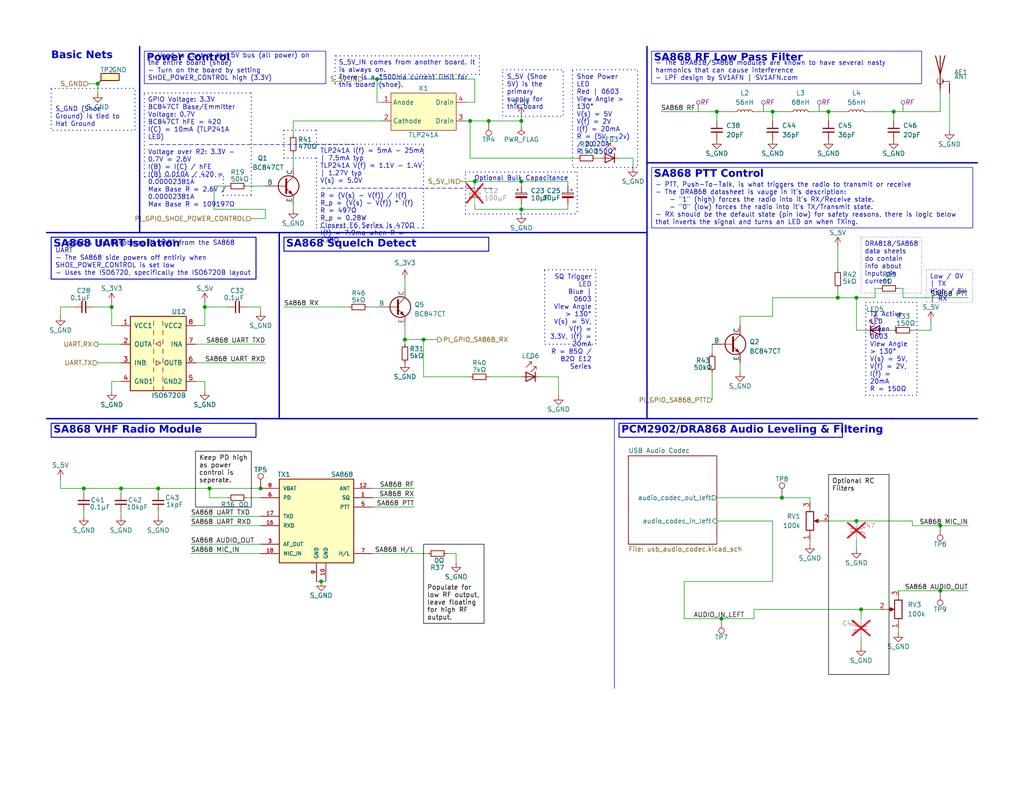
<source format=kicad_sch>
(kicad_sch (version 20250114) (generator "eeschema") (generator_version "9.0")
  (paper "A")
  (title_block (title "Giraffe Flight Computer Shoe") (date "2024-10-27") (rev "REV A"))
  (lib_symbols
    (symbol "Connector:TestPoint" (pin_numbers (hide yes)) (pin_names (offset 0.762) (hide yes))
      (property "Reference" "TP" (at 0 6.858 0))
      (property "Value" "TestPoint" (at 0 5.08 0))
      (symbol "TestPoint_1_1"
        (pin passive line (at 0 0 90) (length 2.54) (name "1") (number "1"))
      )
    )
    (symbol "Connector:TestPoint_Flag" (pin_numbers (hide yes)) (pin_names (offset 0.762) (hide yes))
      (property "Reference" "TP" (at 3.429 1.778 0))
      (property "Value" "TestPoint_Flag" (at 3.302 4.191 0))
      (symbol "TestPoint_Flag_1_1"
        (pin passive line (at 0 0 90) (length 0) (name "1") (number "1"))
      )
    )
    (symbol "Device:C_Polarized_Small" (pin_numbers (hide yes)) (pin_names (offset 0.254) (hide yes))
      (property "Reference" "C" (at 0.254 1.778 0))
      (property "Value" "C_Polarized_Small" (at 0.254 -2.032 0))
      (symbol "C_Polarized_Small_1_1"
        (pin passive line (at 0 2.54 270) (length 1.8542) (name "~") (number "1"))
        (pin passive line (at 0 -2.54 90) (length 1.8542) (name "~") (number "2"))
      )
    )
    (symbol "Device:C_Small" (pin_numbers (hide yes)) (pin_names (offset 0.254) (hide yes))
      (property "Reference" "C" (at 0.254 1.778 0))
      (property "Value" "C_Small" (at 0.254 -2.032 0))
      (symbol "C_Small_1_1"
        (pin passive line (at 0 2.54 270) (length 2.032) (name "~") (number "1"))
        (pin passive line (at 0 -2.54 90) (length 2.032) (name "~") (number "2"))
      )
    )
    (symbol "Device:L_Small" (pin_numbers (hide yes)) (pin_names (offset 0.254) (hide yes))
      (property "Reference" "L" (at 0.762 1.016 0))
      (property "Value" "L_Small" (at 0.762 -1.016 0))
      (symbol "L_Small_1_1"
        (pin passive line (at 0 2.54 270) (length 0.508) (name "~") (number "1"))
        (pin passive line (at 0 -2.54 90) (length 0.508) (name "~") (number "2"))
      )
    )
    (symbol "Device:R_Small" (pin_numbers (hide yes)) (pin_names (offset 0.254) (hide yes))
      (property "Reference" "R" (at 0.762 0.508 0))
      (property "Value" "R_Small" (at 0.762 -1.016 0))
      (symbol "R_Small_1_1"
        (pin passive line (at 0 2.54 270) (length 0.762) (name "~") (number "1"))
        (pin passive line (at 0 -2.54 90) (length 0.762) (name "~") (number "2"))
      )
    )
    (symbol "ISO6721B_1" (pin_names (offset 1.016))
      (property "Reference" "U" (at -7.62 11.43 0))
      (property "Value" "ISO6720B" (at -7.62 -11.43 0))
      (symbol "ISO6721B_1_1_1"
        (pin power_in line (at -10.16 7.62 0) (length 2.54) (name "VCC1") (number "1"))
        (pin output line (at -10.16 2.54 0) (length 2.54) (name "OUTA") (number "2"))
        (pin input line (at -10.16 -2.54 0) (length 2.54) (name "INB") (number "3"))
        (pin power_in line (at -10.16 -7.62 0) (length 2.54) (name "GND1") (number "4"))
        (pin power_in line (at 10.16 7.62 180) (length 2.54) (name "VCC2") (number "8"))
        (pin input line (at 10.16 2.54 180) (length 2.54) (name "INA") (number "7"))
        (pin output line (at 10.16 -2.54 180) (length 2.54) (name "OUTB") (number "6"))
        (pin power_in line (at 10.16 -7.62 180) (length 2.54) (name "GND2") (number "5"))
      )
    )
    (symbol "giraffe_symbols:Antenna_Shield" (pin_numbers (hide yes)) (pin_names (offset 1.016) (hide yes))
      (property "Reference" "AE1" (at 3.81 0.635 0))
      (property "Value" "~" (at 3.81 -0.635 0))
      (symbol "Antenna_Shield_1_1"
        (pin input line (at 0 -5.08 90) (length 2.54) (name "A") (number "1"))
        (pin input line (at 2.54 -5.08 90) (length 2.54) (name "Shield") (number "2"))
        (pin input line (at 2.54 -5.08 90) (length 2.54) (name "Shield") (number "3"))
        (pin input line (at 2.54 -5.08 90) (length 2.54) (name "Shield") (number "4"))
        (pin input line (at 2.54 -5.08 90) (length 2.54) (name "Shield") (number "5"))
      )
    )
    (symbol "giraffe_symbols:BC847AT" (pin_numbers (hide yes)) (pin_names (offset 0))
      (property "Reference" "Q2" (at 5.08 0.635 0))
      (property "Value" "BC847CT" (at 5.08 -1.905 0))
      (symbol "BC847AT_1_1"
        (pin input line (at -5.08 0 0) (length 2.54) (name "B") (number "1"))
        (pin open_collector line (at 2.54 5.08 270) (length 2.54) (name "C") (number "3"))
        (pin open_emitter line (at 2.54 -5.08 90) (length 2.54) (name "E") (number "2"))
      )
    )
    (symbol "giraffe_symbols:Generic_LED" (pin_numbers (hide yes)) (pin_names (offset 1.016) (hide yes))
      (property "Reference" "LED" (at 0 -3.81 0))
      (property "Value" "LED" (at 0 5.08 0))
      (symbol "Generic_LED_1_1"
        (pin passive line (at -2.54 0 0) (length 2.54) (name "A") (number "2"))
        (pin passive line (at 2.54 0 180) (length 2.54) (name "K") (number "1"))
      )
    )
    (symbol "giraffe_symbols:R_Potentiometer" (pin_names (offset 1.016) (hide yes))
      (property "Reference" "RV1" (at -2.54 1.27 0))
      (property "Value" "R_Potentiometer" (at -2.54 -1.27 0))
      (symbol "R_Potentiometer_1_1"
        (pin passive line (at 0 5.08 270) (length 1.27) (name "1") (number "1"))
        (pin passive line (at 0 -5.08 90) (length 1.27) (name "3") (number "3"))
        (pin passive line (at 5.08 0 180) (length 1.27) (name "2") (number "2"))
      )
    )
    (symbol "giraffe_symbols:SA868" (pin_names (offset 1.016))
      (property "Reference" "TX1" (at -8.255 15.875 0))
      (property "Value" "SA868" (at -6.985 13.335 0))
      (symbol "SA868_0_0"
        (pin power_in line (at -15.24 10.16 0) (length 5.08) (name "VBAT") (number "8"))
        (pin input line (at -15.24 7.62 0) (length 5.08) (name "PD") (number "6"))
        (pin output line (at -15.24 2.54 0) (length 5.08) (name "TXD") (number "17"))
        (pin input line (at -15.24 0 0) (length 5.08) (name "RXD") (number "16"))
        (pin output line (at -15.24 -5.08 0) (length 5.08) (name "AF_OUT") (number "3"))
        (pin input line (at -15.24 -7.62 0) (length 5.08) (name "MIC_IN") (number "18"))
        (pin power_in line (at 0 -15.24 90) (length 5.08) (name "GND") (number "9"))
        (pin power_in line (at 2.54 -15.24 90) (length 5.08) (name "GND") (number "10"))
        (pin passive line (at 15.24 10.16 180) (length 5.08) (name "ANT") (number "12"))
        (pin output line (at 15.24 7.62 180) (length 5.08) (name "SQ") (number "1"))
        (pin input line (at 15.24 5.08 180) (length 5.08) (name "PTT") (number "5"))
        (pin input line (at 15.24 -7.62 180) (length 5.08) (name "H/L") (number "7"))
      )
      (symbol "SA868_1_1"
        (pin no_connect line (at -5.08 -15.24 90) (length 0) (hide yes) (name "NC") (number "4"))
        (pin no_connect line (at -2.54 -15.24 90) (length 0) (hide yes) (name "NC") (number "15"))
        (pin no_connect line (at 0 15.24 270) (length 0) (hide yes) (name "NC") (number "13"))
        (pin no_connect line (at 2.54 15.24 270) (length 0) (hide yes) (name "NC") (number "14"))
        (pin no_connect line (at 5.08 15.24 270) (length 0) (hide yes) (name "NC") (number "2"))
        (pin no_connect line (at 15.24 0 180) (length 0) (hide yes) (name "NC") (number "P3"))
        (pin no_connect line (at 15.24 -2.54 180) (length 0) (hide yes) (name "NC") (number "P2"))
        (pin no_connect line (at 15.24 -5.08 180) (length 0) (hide yes) (name "NC") (number "11"))
      )
    )
    (symbol "giraffe_symbols:S_3V3" (power) (pin_names (offset 0))
      (property "Value" "S_3V3" (at 0 5.08 0))
      (symbol "S_3V3_1_1"
        (pin power_in line (at 0 0 90) (length 0) (hide yes) (name "S_3V3") (number "1"))
      )
    )
    (symbol "giraffe_symbols:S_5V" (power) (pin_names (offset 0))
      (property "Value" "S_5V" (at 0 5.08 0))
      (symbol "S_5V_1_1"
        (pin power_in line (at 0 0 90) (length 0) (hide yes) (name "S_5V") (number "1"))
      )
    )
    (symbol "giraffe_symbols:S_GND" (power) (pin_names (offset 0))
      (property "Value" "S_GND" (at 0 -3.81 0))
      (symbol "S_GND_1_1"
        (pin power_in line (at 0 0 270) (length 0) (hide yes) (name "S_GND") (number "1"))
      )
    )
    (symbol "giraffe_symbols:TLP241A"
      (property "Reference" "K1" (at 7.62 6.35 0))
      (property "Value" "TLP241A" (at -5.08 6.35 0))
      (symbol "TLP241A_1_1"
        (pin input line (at -11.43 2.54 0) (length 2.54) (name "Anode") (number "1"))
        (pin input line (at -11.43 -2.54 0) (length 2.54) (name "Cathode") (number "2"))
        (pin passive line (at 11.43 2.54 180) (length 2.54) (name "Drain") (number "4"))
        (pin passive line (at 11.43 -2.54 180) (length 2.54) (name "Drain") (number "3"))
      )
    )
    (symbol "power:PWR_FLAG" (power) (pin_numbers (hide yes)) (pin_names (offset 0) (hide yes))
      (property "Value" "PWR_FLAG" (at 0 3.81 0))
      (symbol "PWR_FLAG_0_0"
        (pin power_out line (at 0 0 90) (length 0) (name "~") (number "1"))
      )
    )
  )
  (text "PCM2902/DRA868 Audio Leveling & Filtering" (at 169.545 116.84 0) (effects (font (size 2.032 2.032) (thickness 0.36) (bold yes)) (justify left top)))
  (text "SA868 UART Isolation" (at 14.605 66.04 0) (effects (font (size 2.032 2.032) (thickness 0.36) (bold yes)) (justify left top)))
  (text "SA868 RF Low Pass Filter" (at 178.435 15.24 0) (effects (font (size 2.032 2.032) (thickness 0.36) (bold yes)) (justify left top)))
  (text "Optional Bulk Capacitance" (at 142.24 49.53 0) (effects (font (size 1.27 1.27) (thickness 0.1588)) (justify bottom)))
  (text "Power Control" (at 40.005 15.24 0) (effects (font (size 2.032 2.032) (thickness 0.36) (bold yes)) (justify left top)))
  (text "SA868 PTT Control" (at 178.435 46.99 0) (effects (font (size 2.032 2.032) (thickness 0.36) (bold yes)) (justify left top)))
  (text "SA868 VHF Radio Module" (at 14.605 116.84 0) (effects (font (size 2.032 2.032) (thickness 0.36) (bold yes)) (justify left top)))
  (text "SA868 Squelch Detect" (at 78.105 66.04 0) (effects (font (size 2.032 2.032) (thickness 0.36) (bold yes)) (justify left top)))
  (text "Basic Nets" (at 13.97 14.605 0) (effects (font (size 2.032 2.032) (thickness 0.36) (bold yes)) (justify left top)))
  (text_box "- The DRA818/SA868 modules are known to have several nasty harmonics that can cause interference\n- LPF design by SV1AFN | SV1AFN.com" (at 177.8 13.97 0) (size 73.66 8.89) (margins 0.9525 0.9525 0.9525 0.9525) (effects (font (size 1.27 1.27)) (justify left bottom)))
  (text_box "Keep PD high as power control is seperate." (at 53.34 123.19 0) (size 15.24 15.24) (margins 0.9525 0.9525 0.9525 0.9525) (stroke (width 0) (color 0 0 0 1)) (effects (font (size 1.27 1.27)) (justify left top)))
  (text_box "Optional RC Filters" (at 226.06 129.54 0) (size 16.51 54.61) (margins 0.9525 0.9525 0.9525 0.9525) (stroke (width 0) (color 0 0 0 1)) (effects (font (size 1.27 1.27)) (justify left top)))
  (text_box "Shoe Power LED\nRed | 0603\nView Angle > 130°\nV(s) = 5V\nV(f) = 2V\nI(f) = 20mA\nR = (5V - 2v) / 0.020A\nR = 150Ω" (at 156.21 19.05 0) (size 17.78 26.67) (margins 1.0795 1.0795 1.0795 1.0795) (stroke (width 0.254) (type dot)) (effects (font (size 1.27 1.27)) (justify left top)))
  (text_box "Populate for low RF output, leave floating for high RF output." (at 115.57 148.59 0) (size 16.51 21.59) (margins 0.9525 0.9525 0.9525 0.9525) (stroke (width 0) (color 0 0 0 1)) (effects (font (size 1.27 1.27)) (justify left bottom)))
  (text_box "" (at 168.91 115.57 0) (size 60.96 3.81) (margins 1.0795 1.0795 1.0795 1.0795) (stroke (width 0.254)) (effects (font (size 1.27 1.27)) (justify left bottom)))
  (text_box "S_5V (Shoe 5V) is the primary supply for this board" (at 137.16 19.05 0) (size 16.51 12.7) (margins 1.0795 1.0795 1.0795 1.0795) (stroke (width 0.254) (type dot)) (effects (font (size 1.27 1.27)) (justify left top)))
  (text_box "TLP241A I(f) = 5mA - 25mA | 7.5mA typ\nTLP241A V(f) = 1.1V - 1.4V | 1.27V typ\nV(s) = 5.0V\n------------------------------\nR = (V(s) - V(f)) / I(f)\nR_p = (V(s) - V(f)) * I(f)\nR = 497Ω\nR_p = 0.28W\nClosest E6 Series is 470Ω\nI(f) = 7.9ma when R = 470Ω" (at 86.36 39.37 0) (size 30.48 22.86) (margins 0.9524 0.9524 0.9524 0.9524) (stroke (width -0.0001) (color 0 0 0 1)) (effects (font (size 1.27 1.27)) (justify left top)))
  (text_box "- PTT, Push-To-Talk, is what triggers the radio to transmit or receive\n- The DRA868 datasheet is vauge in it's description:\n    - \"1\" (high) forces the radio into it's RX/Receive state.\n    - \"0\" (low) forces the radio into it's TX/Transmit state.\n- RX should be the default state (pin low) for safety reasons, there is logic below that inverts the signal and turns an LED on when TXing." (at 177.8 45.72 0) (size 87.63 16.51) (margins 0.9525 0.9525 0.9525 0.9525) (effects (font (size 1.27 1.27)) (justify left bottom)))
  (text_box "Low / 0V | TX\nHigh / 5V | RX" (at 252.73 73.66 0) (size 12.7 8.89) (margins 0.9525 0.9525 0.9525 0.9525) (stroke (width 0) (type dot)) (effects (font (size 1.27 1.27)) (justify left top)))
  (text_box "S_5V_IN comes from another board. It is always on.\nThere is a 1500ma current limit for this board (shoe)." (at 91.44 15.24 0) (size 39.37 5.08) (margins 0.9524 0.9524 0.9524 0.9524) (stroke (width -0.0001) (type dot)) (effects (font (size 1.27 1.27)) (justify left top)))
  (text_box "TX Active LED\nGreen | 0603\nView Angle > 130°\nV(s) = 5V, V(f) = 2V, I(f) = 20mA\nR = 150Ω" (at 236.22 82.55 0) (size 13.97 25.4) (margins 1.0795 1.0795 1.0795 1.0795) (stroke (width 0.254) (type dot)) (effects (font (size 1.27 1.27)) (justify left bottom)))
  (text_box "S_GND (Shoe Ground) is tied to Hat Ground" (at 13.97 24.13 0) (size 22.86 11.43) (margins 1.0795 1.0795 1.0795 1.0795) (stroke (width 0.254) (type dot)) (effects (font (size 1.27 1.27)) (justify left bottom)))
  (text_box "- Used to control the 5V bus (all power) on the entire board (shoe)\n- Turn on the board by setting SHOE_POWER_CONTROL high (3.3V)" (at 39.37 13.97 0) (size 49.53 8.89) (margins 0.9525 0.9525 0.9525 0.9525) (effects (font (size 1.27 1.27)) (justify left bottom)))
  (text_box "GPIO Voltage: 3.3V\nBC847CT Base/Emmitter Voltage: 0.7V\nBC847CT hFE = 420\nI(C) = 10mA (TLP241A LED)\n------------------------------------\nVoltage over R2: 3.3V - 0.7V = 2.6V\nI(B) = I(C) / hFE\nI(B) 0.010A / 420 = 0.00002381A\nMax Base R = 2.6V / 0.00002381A\nMax Base R = 109197Ω" (at 39.37 25.4 0) (size 29.21 22.86) (margins 0.9524 0.9524 0.9524 0.9524) (stroke (width -0.0001) (color 0 0 0 1)) (effects (font (size 1.27 1.27)) (justify left top)))
  (text_box "" (at 13.97 115.57 0) (size 55.88 3.81) (margins 1.0795 1.0795 1.0795 1.0795) (stroke (width 0.254)) (effects (font (size 1.27 1.27)) (justify left bottom)))
  (text_box "\n" (at 77.47 64.77 0) (size 55.88 3.81) (margins 1.0795 1.0795 1.0795 1.0795) (stroke (width 0.254)) (effects (font (size 1.27 1.27)) (justify left bottom)))
  (text_box "SQ Trigger LED\nBlue | 0603\nView Angle > 130°\nV(s) = 5V, V(f) = 3.3V, I(f) = 20mA\nR = 85Ω / 82Ω E12 Series" (at 148.59 73.66 0) (size 13.97 20.32) (margins 1.0795 1.0795 1.0795 1.0795) (stroke (width 0.254) (type dot)) (effects (font (size 1.27 1.27)) (justify right top)))
  (text_box "DRA818/SA868 data sheets do contain info about input pin current" (at 234.95 64.77 0) (size 16.51 15.24) (margins 0.9525 0.9525 0.9525 0.9525) (stroke (width 0) (type dot)) (effects (font (size 1.27 1.27)) (justify left top)))
  (text_box "- Isolates the Raspberry Pi UART from the SA868 UART\n- The SA868 side powers off entirly when SHOE_POWER_CONTROL is set low\n- Uses the ISO6720, specifically the ISO6720B layout" (at 13.97 64.77 0) (size 55.88 11.43) (margins 1.0795 1.0795 1.0795 1.0795) (stroke (width 0.254)) (effects (font (size 1.27 1.27)) (justify left bottom)))
  (junction (at 210.82 30.48))
  (junction (at 110.49 92.71))
  (junction (at 213.36 135.89))
  (junction (at 226.06 30.48))
  (junction (at 115.57 92.71))
  (junction (at 256.54 161.29))
  (junction (at 133.35 33.02))
  (junction (at 195.58 30.48))
  (junction (at 33.02 133.35))
  (junction (at 55.88 83.82))
  (junction (at 233.68 142.24))
  (junction (at 71.12 133.35))
  (junction (at 196.85 168.91))
  (junction (at 142.24 33.02))
  (junction (at 243.84 30.48))
  (junction (at 256.54 143.51))
  (junction (at 87.63 158.75))
  (junction (at 26.67 22.86))
  (junction (at 129.54 49.53))
  (junction (at 57.15 133.35))
  (junction (at 234.95 166.37))
  (junction (at 228.6 81.28))
  (junction (at 30.48 83.82))
  (junction (at 233.68 81.28))
  (junction (at 142.24 49.53))
  (junction (at 142.24 57.15))
  (junction (at 22.86 133.35))
  (junction (at 128.27 33.02))
  (junction (at 102.87 21.59))
  (junction (at 43.18 133.35))
  (polyline (pts (xy 91.44 22.86) (xy 104.14 22.86)) (stroke (width 0.254) (type dot)))
  (wire (pts (xy 128.27 33.02) (xy 128.27 43.18)))
  (wire (pts (xy 195.58 33.02) (xy 195.58 30.48)))
  (polyline (pts (xy 91.44 15.24) (xy 91.44 22.86)) (stroke (width 0.254) (type dot)))
  (wire (pts (xy 142.24 33.02) (xy 142.24 34.29)))
  (wire (pts (xy 67.31 135.89) (xy 71.12 135.89)))
  (polyline (pts (xy 38.1 12.7) (xy 38.1 63.5)) (stroke (width 0.381)))
  (polyline (pts (xy 130.81 20.32) (xy 130.81 15.24)) (stroke (width 0.254) (type dot)))
  (wire (pts (xy 210.82 158.75) (xy 186.69 158.75)))
  (polyline (pts (xy 68.58 25.4) (xy 68.58 53.34)) (stroke (width 0.254) (type dot)))
  (wire (pts (xy 121.92 151.13) (xy 124.46 151.13)))
  (wire (pts (xy 205.74 168.91) (xy 196.85 168.91)))
  (polyline (pts (xy 39.37 25.4) (xy 68.58 25.4)) (stroke (width 0.254) (type dot)))
  (wire (pts (xy 180.34 30.48) (xy 195.58 30.48)))
  (wire (pts (xy 226.06 142.24) (xy 233.68 142.24)))
  (polyline (pts (xy 39.37 48.26) (xy 39.37 25.4)) (stroke (width 0.254) (type dot)))
  (wire (pts (xy 33.02 134.62) (xy 33.02 133.35)))
  (wire (pts (xy 26.67 93.98) (xy 33.02 93.98)))
  (wire (pts (xy 194.31 101.6) (xy 194.31 109.22)))
  (wire (pts (xy 154.94 49.53) (xy 154.94 50.8)))
  (wire (pts (xy 241.3 90.17) (xy 243.84 90.17)))
  (wire (pts (xy 86.36 158.75) (xy 87.63 158.75)))
  (wire (pts (xy 129.54 57.15) (xy 142.24 57.15)))
  (polyline (pts (xy 176.53 12.7) (xy 176.53 63.5)) (stroke (width 0.381)))
  (wire (pts (xy 43.18 140.97) (xy 43.18 139.7)))
  (wire (pts (xy 129.54 49.53) (xy 142.24 49.53)))
  (wire (pts (xy 25.4 83.82) (xy 30.48 83.82)))
  (wire (pts (xy 226.06 30.48) (xy 226.06 33.02)))
  (wire (pts (xy 110.49 88.9) (xy 110.49 92.71)))
  (wire (pts (xy 72.39 59.69) (xy 68.58 59.69)))
  (wire (pts (xy 55.88 83.82) (xy 62.23 83.82)))
  (wire (pts (xy 238.76 78.74) (xy 240.03 78.74)))
  (wire (pts (xy 87.63 158.75) (xy 88.9 158.75)))
  (wire (pts (xy 43.18 133.35) (xy 33.02 133.35)))
  (polyline (pts (xy 86.36 62.23) (xy 115.57 62.23)) (stroke (width 0.254) (type dot)))
  (wire (pts (xy 16.51 133.35) (xy 22.86 133.35)))
  (polyline (pts (xy 76.2 63.5) (xy 76.2 114.3)) (stroke (width 0.381)))
  (wire (pts (xy 226.06 30.48) (xy 231.14 30.48)))
  (wire (pts (xy 195.58 30.48) (xy 200.66 30.48)))
  (wire (pts (xy 52.07 151.13) (xy 71.12 151.13)))
  (wire (pts (xy 220.98 137.16) (xy 220.98 135.89)))
  (wire (pts (xy 72.39 50.8) (xy 67.31 50.8)))
  (polyline (pts (xy 86.36 43.18) (xy 86.36 62.23)) (stroke (width 0.254) (type dot)))
  (wire (pts (xy 142.24 49.53) (xy 142.24 50.8)))
  (wire (pts (xy 254 90.17) (xy 254 87.63)))
  (wire (pts (xy 142.24 58.42) (xy 142.24 57.15)))
  (wire (pts (xy 228.6 81.28) (xy 233.68 81.28)))
  (wire (pts (xy 220.98 147.32) (xy 220.98 148.59)))
  (wire (pts (xy 234.95 176.53) (xy 234.95 173.99)))
  (wire (pts (xy 101.6 138.43) (xy 113.03 138.43)))
  (wire (pts (xy 33.02 140.97) (xy 33.02 139.7)))
  (wire (pts (xy 195.58 142.24) (xy 210.82 142.24)))
  (wire (pts (xy 152.4 107.95) (xy 152.4 102.87)))
  (polyline (pts (xy 104.14 20.32) (xy 130.81 20.32)) (stroke (width 0.254) (type dot)))
  (wire (pts (xy 133.35 102.87) (xy 142.24 102.87)))
  (wire (pts (xy 30.48 83.82) (xy 30.48 88.9)))
  (polyline (pts (xy 127 58.42) (xy 157.48 58.42)) (stroke (width 0.254) (type dot)))
  (wire (pts (xy 52.07 143.51) (xy 71.12 143.51)))
  (wire (pts (xy 16.51 133.35) (xy 16.51 130.81)))
  (wire (pts (xy 16.51 83.82) (xy 20.32 83.82)))
  (wire (pts (xy 240.03 166.37) (xy 234.95 166.37)))
  (polyline (pts (xy 176.53 63.5) (xy 176.53 114.3)) (stroke (width 0.381)))
  (polyline (pts (xy 76.2 114.3) (xy 176.53 114.3)) (stroke (width 0.381)))
  (wire (pts (xy 142.24 57.15) (xy 154.94 57.15)))
  (wire (pts (xy 80.01 36.83) (xy 80.01 33.02)))
  (wire (pts (xy 43.18 134.62) (xy 43.18 133.35)))
  (wire (pts (xy 243.84 30.48) (xy 256.54 30.48)))
  (wire (pts (xy 110.49 92.71) (xy 115.57 92.71)))
  (wire (pts (xy 210.82 86.36) (xy 201.93 86.36)))
  (wire (pts (xy 129.54 27.94) (xy 127 27.94)))
  (polyline (pts (xy 12.7 63.5) (xy 176.53 63.5)) (stroke (width 0.381)))
  (wire (pts (xy 30.48 104.14) (xy 33.02 104.14)))
  (wire (pts (xy 22.86 134.62) (xy 22.86 133.35)))
  (wire (pts (xy 100.33 83.82) (xy 102.87 83.82)))
  (wire (pts (xy 99.06 21.59) (xy 102.87 21.59)))
  (wire (pts (xy 101.6 133.35) (xy 113.03 133.35)))
  (wire (pts (xy 201.93 86.36) (xy 201.93 88.9)))
  (wire (pts (xy 43.18 133.35) (xy 57.15 133.35)))
  (wire (pts (xy 80.01 41.91) (xy 80.01 45.72)))
  (wire (pts (xy 238.76 81.28) (xy 233.68 81.28)))
  (wire (pts (xy 172.72 43.18) (xy 172.72 45.72)))
  (wire (pts (xy 129.54 27.94) (xy 129.54 21.59)))
  (polyline (pts (xy 127 46.99) (xy 157.48 46.99)) (stroke (width 0.254) (type dot)))
  (wire (pts (xy 142.24 49.53) (xy 154.94 49.53)))
  (wire (pts (xy 245.11 171.45) (xy 245.11 172.72)))
  (wire (pts (xy 243.84 30.48) (xy 243.84 33.02)))
  (wire (pts (xy 210.82 30.48) (xy 210.82 33.02)))
  (wire (pts (xy 77.47 83.82) (xy 95.25 83.82)))
  (wire (pts (xy 128.27 102.87) (xy 115.57 102.87)))
  (wire (pts (xy 248.92 90.17) (xy 254 90.17)))
  (wire (pts (xy 256.54 30.48) (xy 256.54 25.4)))
  (polyline (pts (xy 115.57 39.37) (xy 86.36 39.37)) (stroke (width 0.254) (type dot)))
  (wire (pts (xy 71.12 133.35) (xy 57.15 133.35)))
  (wire (pts (xy 128.27 33.02) (xy 133.35 33.02)))
  (wire (pts (xy 201.93 99.06) (xy 201.93 101.6)))
  (wire (pts (xy 256.54 143.51) (xy 264.16 143.51)))
  (wire (pts (xy 30.48 104.14) (xy 30.48 106.68)))
  (wire (pts (xy 133.35 33.02) (xy 142.24 33.02)))
  (wire (pts (xy 58.42 50.8) (xy 62.23 50.8)))
  (polyline (pts (xy 157.48 46.99) (xy 157.48 58.42)) (stroke (width 0.254) (type dot)))
  (polyline (pts (xy 176.53 114.3) (xy 266.7 114.3)) (stroke (width 0.381)))
  (polyline (pts (xy 60.96 53.34) (xy 60.96 48.26)) (stroke (width 0.254) (type dot)))
  (wire (pts (xy 57.15 135.89) (xy 62.23 135.89)))
  (wire (pts (xy 116.84 151.13) (xy 101.6 151.13)))
  (wire (pts (xy 55.88 88.9) (xy 53.34 88.9)))
  (wire (pts (xy 72.39 57.15) (xy 72.39 59.69)))
  (wire (pts (xy 30.48 82.55) (xy 30.48 83.82)))
  (wire (pts (xy 55.88 104.14) (xy 55.88 106.68)))
  (wire (pts (xy 228.6 81.28) (xy 228.6 78.74)))
  (polyline (pts (xy 127 15.24) (xy 91.44 15.24)) (stroke (width 0.254) (type dot)))
  (wire (pts (xy 16.51 86.36) (xy 16.51 83.82)))
  (wire (pts (xy 186.69 158.75) (xy 186.69 168.91)))
  (polyline (pts (xy 127 58.42) (xy 127 46.99)) (stroke (width 0.254) (type dot)))
  (wire (pts (xy 142.24 55.88) (xy 142.24 57.15)))
  (polyline (pts (xy 167.64 114.3) (xy 167.64 187.96)))
  (wire (pts (xy 162.56 43.18) (xy 163.83 43.18)))
  (wire (pts (xy 55.88 83.82) (xy 55.88 88.9)))
  (wire (pts (xy 110.49 93.98) (xy 110.49 92.71)))
  (wire (pts (xy 80.01 33.02) (xy 104.14 33.02)))
  (polyline (pts (xy 77.47 35.56) (xy 86.36 35.56)) (stroke (width 0.254) (type dot)))
  (polyline (pts (xy 60.96 48.26) (xy 39.37 48.26)) (stroke (width 0.254) (type dot)))
  (wire (pts (xy 72.39 57.15) (xy 58.42 57.15)))
  (wire (pts (xy 236.22 30.48) (xy 243.84 30.48)))
  (wire (pts (xy 210.82 142.24) (xy 210.82 158.75)))
  (wire (pts (xy 102.87 21.59) (xy 129.54 21.59)))
  (wire (pts (xy 125.73 49.53) (xy 129.54 49.53)))
  (wire (pts (xy 233.68 149.86) (xy 233.68 147.32)))
  (polyline (pts (xy 86.36 35.56) (xy 86.36 39.37)) (stroke (width 0.254) (type dot)))
  (wire (pts (xy 220.98 30.48) (xy 226.06 30.48)))
  (wire (pts (xy 53.34 99.06) (xy 72.39 99.06)))
  (wire (pts (xy 246.38 81.28) (xy 264.16 81.28)))
  (wire (pts (xy 101.6 135.89) (xy 113.03 135.89)))
  (wire (pts (xy 24.13 22.86) (xy 26.67 22.86)))
  (wire (pts (xy 58.42 57.15) (xy 58.42 50.8)))
  (wire (pts (xy 205.74 166.37) (xy 205.74 168.91)))
  (wire (pts (xy 259.08 25.4) (xy 259.08 35.56)))
  (wire (pts (xy 127 33.02) (xy 128.27 33.02)))
  (wire (pts (xy 129.54 55.88) (xy 129.54 57.15)))
  (wire (pts (xy 53.34 93.98) (xy 72.39 93.98)))
  (wire (pts (xy 228.6 67.31) (xy 228.6 73.66)))
  (wire (pts (xy 142.24 31.75) (xy 142.24 33.02)))
  (polyline (pts (xy 60.96 53.34) (xy 68.58 53.34)) (stroke (width 0.254) (type dot)))
  (wire (pts (xy 124.46 151.13) (xy 124.46 153.67)))
  (wire (pts (xy 52.07 140.97) (xy 71.12 140.97)))
  (wire (pts (xy 195.58 135.89) (xy 213.36 135.89)))
  (wire (pts (xy 172.72 43.18) (xy 168.91 43.18)))
  (wire (pts (xy 128.27 43.18) (xy 157.48 43.18)))
  (wire (pts (xy 115.57 102.87) (xy 115.57 92.71)))
  (polyline (pts (xy 104.14 22.86) (xy 104.14 20.32)) (stroke (width 0.254) (type dot)))
  (wire (pts (xy 186.69 168.91) (xy 196.85 168.91)))
  (wire (pts (xy 194.31 96.52) (xy 194.31 93.98)))
  (wire (pts (xy 30.48 88.9) (xy 33.02 88.9)))
  (polyline (pts (xy 266.7 44.45) (xy 176.53 44.45)) (stroke (width 0.381)))
  (wire (pts (xy 233.68 90.17) (xy 233.68 81.28)))
  (wire (pts (xy 80.01 57.15) (xy 80.01 55.88)))
  (wire (pts (xy 33.02 133.35) (xy 22.86 133.35)))
  (wire (pts (xy 248.92 142.24) (xy 248.92 143.51)))
  (wire (pts (xy 213.36 135.89) (xy 220.98 135.89)))
  (wire (pts (xy 210.82 81.28) (xy 210.82 86.36)))
  (wire (pts (xy 233.68 142.24) (xy 248.92 142.24)))
  (wire (pts (xy 129.54 49.53) (xy 129.54 50.8)))
  (wire (pts (xy 57.15 133.35) (xy 57.15 135.89)))
  (wire (pts (xy 248.92 143.51) (xy 256.54 143.51)))
  (wire (pts (xy 102.87 21.59) (xy 102.87 27.94)))
  (wire (pts (xy 55.88 83.82) (xy 55.88 82.55)))
  (wire (pts (xy 234.95 168.91) (xy 234.95 166.37)))
  (wire (pts (xy 238.76 78.74) (xy 238.76 81.28)))
  (polyline (pts (xy 77.47 43.18) (xy 86.36 43.18)) (stroke (width 0.254) (type dot)))
  (wire (pts (xy 210.82 81.28) (xy 228.6 81.28)))
  (wire (pts (xy 236.22 90.17) (xy 233.68 90.17)))
  (polyline (pts (xy 130.81 15.24) (xy 127 15.24)) (stroke (width 0.254) (type dot)))
  (wire (pts (xy 26.67 25.4) (xy 26.67 22.86)))
  (wire (pts (xy 246.38 78.74) (xy 246.38 81.28)))
  (polyline (pts (xy 12.7 114.3) (xy 76.2 114.3)) (stroke (width 0.381)))
  (wire (pts (xy 152.4 102.87) (xy 147.32 102.87)))
  (wire (pts (xy 115.57 92.71) (xy 119.38 92.71)))
  (wire (pts (xy 245.11 78.74) (xy 246.38 78.74)))
  (wire (pts (xy 26.67 99.06) (xy 33.02 99.06)))
  (wire (pts (xy 53.34 104.14) (xy 55.88 104.14)))
  (wire (pts (xy 110.49 76.2) (xy 110.49 78.74)))
  (wire (pts (xy 67.31 83.82) (xy 71.12 83.82)))
  (wire (pts (xy 205.74 30.48) (xy 210.82 30.48)))
  (wire (pts (xy 71.12 83.82) (xy 71.12 85.09)))
  (wire (pts (xy 102.87 27.94) (xy 104.14 27.94)))
  (wire (pts (xy 154.94 57.15) (xy 154.94 55.88)))
  (wire (pts (xy 22.86 140.97) (xy 22.86 139.7)))
  (wire (pts (xy 205.74 166.37) (xy 234.95 166.37)))
  (wire (pts (xy 264.16 161.29) (xy 256.54 161.29)))
  (wire (pts (xy 245.11 161.29) (xy 256.54 161.29)))
  (wire (pts (xy 210.82 30.48) (xy 215.9 30.48)))
  (wire (pts (xy 52.07 148.59) (xy 71.12 148.59)))
  (polyline (pts (xy 77.47 43.18) (xy 77.47 35.56)) (stroke (width 0.254) (type dot)))
  (polyline (pts (xy 115.57 62.23) (xy 115.57 39.37)) (stroke (width 0.254) (type dot)))
  (label "SA868 UART TXD" (at 52.07 140.97 0))
  (label "SA868 UART RXD" (at 72.39 99.06 180))
  (label "SA868 RX" (at 113.03 135.89 180))
  (label "SA868 H{slash}L" (at 113.03 151.13 180))
  (label "SA868 AUDIO_OUT" (at 264.16 161.29 180))
  (label "SA868 UART TXD" (at 72.39 93.98 180))
  (label "SA868 RF" (at 113.03 133.35 180))
  (label "SA868 RF" (at 180.34 30.48 0))
  (label "SA868 MIC_IN" (at 264.16 143.51 180))
  (label "SA868 RX" (at 77.47 83.82 0))
  (label "AUDIO_IN_LEFT" (at 189.23 168.91 0))
  (label "SA868 PTT" (at 264.16 81.28 180))
  (label "SA868 MIC_IN" (at 52.07 151.13 0))
  (label "SA868 UART RXD" (at 52.07 143.51 0))
  (label "SA868 AUDIO_OUT" (at 52.07 148.59 0))
  (label "SA868 PTT" (at 113.03 138.43 180))
  (hierarchical_label "PI_GPIO_SA868_RX" (shape output) (at 119.38 92.71 0))
  (hierarchical_label "UART.RX" (shape output) (at 26.67 93.98 180))
  (hierarchical_label "S_GND" (shape input) (at 24.13 22.86 180))
  (hierarchical_label "PI_GPIO_SHOE_POWER_CONTROL" (shape input) (at 68.58 59.69 180))
  (hierarchical_label "S_5V_IN" (shape input) (at 99.06 21.59 180))
  (hierarchical_label "UART.TX" (shape input) (at 26.67 99.06 180))
  (hierarchical_label "PI_GPIO_SA868_PTT" (shape input) (at 194.31 109.22 180))
  (hierarchical_label "S_5V_IN" (shape input) (at 125.73 49.53 180))
  (netclass_flag "" (length 2.54) (shape round) (at 223.52 30.48 0) (property "Netclass" "RF" (at 224.028 27.94 0) (effects (font (italic yes)) (justify left))))
  (netclass_flag "" (length 2.54) (shape round) (at 246.38 30.48 0) (property "Netclass" "RF" (at 246.888 27.94 0) (effects (font (italic yes)) (justify left))))
  (netclass_flag "" (length 2.54) (shape round) (at 208.28 30.48 0) (property "Netclass" "RF" (at 208.788 27.94 0) (effects (font (italic yes)) (justify left))))
  (netclass_flag "" (length 2.54) (shape round) (at 190.5 30.48 0) (property "Netclass" "RF" (at 191.008 27.94 0) (effects (font (italic yes)) (justify left))))
  (symbol (lib_id "Device:C_Small") (at 233.68 144.78 0) (unit 1) (dnp yes)
    (property "Reference" "C47" (at 234.95 143.51 0) (effects (justify left)))
    (property "Value" "?" (at 234.95 146.05 0) (effects (justify left)))
    (property "Footprint" "Resistor_SMD:R_0603_1608Metric" (effects (hide yes)))
  )
  (symbol (lib_id "giraffe_symbols:SA868") (at 86.36 143.51 0) (unit 1)
    (property "Reference" "TX1" (at 77.47 129.54 0))
    (property "Value" "SA868" (at 93.345 129.54 0))
    (property "Footprint" "giraffe_flight_computer_footprints:DORJI_DRA818V" (effects (hide yes)))
    (property "STANDARD" "MANUFACTURER RECOMMENDATION" (effects (hide yes)))
    (property "MANUFACTURER" "NiceR" (effects (hide yes)))
    (property "PART_REV" "1.23" (effects (hide yes)))
    (property "Digikey" "eBay" (effects (hide yes)))
    (property "Unit Price" "12.28" (effects (hide yes)))
  )
  (symbol (lib_id "giraffe_symbols:S_GND") (at 195.58 38.1 0) (unit 1)
    (property "Reference" "#PWR078" (effects (hide yes)))
    (property "Value" "S_GND" (at 195.58 41.91 0))
  )
  (symbol (lib_id "Connector:TestPoint") (at 71.12 133.35 0) (unit 1)
    (property "Reference" "TP5" (at 71.12 128.27 0))
    (property "Value" "TestPoint" (effects (hide yes)))
    (property "Footprint" "TestPoint:TestPoint_Pad_D1.0mm" (effects (hide yes)))
    (property "Description" "test point" (effects (hide yes)))
  )
  (symbol (lib_id "giraffe_symbols:S_GND") (at 43.18 140.97 0) (unit 1)
    (property "Reference" "#PWR087" (effects (hide yes)))
    (property "Value" "S_GND" (at 43.18 144.78 0))
  )
  (symbol (lib_id "Connector:TestPoint") (at 213.36 135.89 0) (unit 1)
    (property "Reference" "TP8" (at 213.36 130.81 0))
    (property "Value" "TestPoint" (effects (hide yes)))
    (property "Footprint" "TestPoint:TestPoint_Pad_D1.0mm" (effects (hide yes)))
    (property "Description" "test point" (effects (hide yes)))
  )
  (symbol (lib_id "Device:L_Small") (at 218.44 30.48 90) (unit 1)
    (property "Reference" "L3" (at 218.44 25.4 90))
    (property "Value" "68nH" (at 218.44 27.94 90))
    (property "Footprint" "Inductor_SMD:L_0603_1608Metric_Pad1.05x0.95mm_HandSolder" (effects (hide yes)))
  )
  (symbol (lib_id "Connector:TestPoint") (at 133.35 33.02 180) (unit 1)
    (property "Reference" "TP4" (at 133.35 38.1 0))
    (property "Value" "TestPoint" (effects (hide yes)))
    (property "Footprint" "TestPoint:TestPoint_Pad_D1.0mm" (effects (hide yes)))
    (property "Description" "test point" (effects (hide yes)))
  )
  (symbol (lib_id "Device:C_Small") (at 22.86 137.16 180) (unit 1)
    (property "Reference" "C41" (at 26.67 136.525 0))
    (property "Value" "0.1µF" (at 27.305 138.43 0))
    (property "Footprint" "Capacitor_SMD:C_0603_1608Metric" (effects (hide yes)))
  )
  (symbol (lib_id "giraffe_symbols:S_GND") (at 71.12 85.09 0) (unit 1)
    (property "Reference" "#PWR064" (effects (hide yes)))
    (property "Value" "S_GND" (at 71.12 88.9 0))
  )
  (symbol (lib_id "giraffe_symbols:S_GND") (at 124.46 153.67 0) (unit 1)
    (property "Reference" "#PWR090" (effects (hide yes)))
    (property "Value" "S_GND" (at 124.46 157.48 0))
  )
  (symbol (lib_id "giraffe_symbols:S_GND") (at 87.63 158.75 0) (unit 1)
    (property "Reference" "#PWR088" (effects (hide yes)))
    (property "Value" "S_GND" (at 87.63 162.56 0))
  )
  (symbol (lib_id "giraffe_symbols:S_GND") (at 245.11 172.72 0) (mirror y) (unit 1)
    (property "Reference" "#PWR0101" (effects (hide yes)))
    (property "Value" "S_GND" (at 245.11 176.53 0))
  )
  (symbol (lib_id "Device:R_Small") (at 242.57 78.74 90) (unit 1)
    (property "Reference" "R35" (at 240.665 74.93 90) (effects (justify right)))
    (property "Value" "0Ω" (at 240.665 76.835 90) (effects (justify right)))
    (property "Footprint" "Resistor_SMD:R_0603_1608Metric" (effects (hide yes)))
  )
  (symbol (lib_id "giraffe_symbols:S_GND") (at 55.88 106.68 0) (mirror y) (unit 1)
    (property "Reference" "#PWR076" (effects (hide yes)))
    (property "Value" "S_GND" (at 55.88 110.49 0))
  )
  (symbol (lib_id "giraffe_symbols:S_5V") (at 55.88 82.55 0) (unit 1)
    (property "Reference" "#PWR069" (effects (hide yes)))
    (property "Value" "S_5V" (at 55.88 78.74 0))
  )
  (symbol (lib_id "Device:C_Small") (at 234.95 171.45 0) (mirror y) (unit 1) (dnp yes)
    (property "Reference" "C48" (at 233.68 170.18 0) (effects (justify left)))
    (property "Value" "?" (at 233.68 172.72 0) (effects (justify left)))
    (property "Footprint" "Resistor_SMD:R_0603_1608Metric" (effects (hide yes)))
  )
  (symbol (lib_name "ISO6721B_1") (lib_id "giraffe_symbols:ISO6721B") (at 43.18 96.52 0) (unit 1)
    (property "Reference" "U12" (at 50.8 85.09 0) (effects (justify right)))
    (property "Value" "ISO6720B" (at 50.8 107.95 0) (effects (justify right)))
    (property "Footprint" "Package_SO:SOIC-8_3.9x4.9mm_P1.27mm" (effects (hide yes)))
  )
  (symbol (lib_id "Device:R_Small") (at 194.31 99.06 180) (unit 1)
    (property "Reference" "R43" (at 189.865 98.425 0) (effects (justify right)))
    (property "Value" "50kΩ" (at 189.23 100.33 0) (effects (justify right)))
    (property "Footprint" "Resistor_SMD:R_0603_1608Metric" (effects (hide yes)))
  )
  (symbol (lib_id "giraffe_symbols:BC847AT") (at 77.47 50.8 0) (unit 1)
    (property "Reference" "Q1" (at 73.025 43.18 0) (effects (justify right)))
    (property "Value" "BC847CT" (at 77.47 45.72 0) (effects (justify right)))
    (property "Footprint" "Package_TO_SOT_SMD:SOT-23" (effects (hide yes)))
    (property "Datasheet" "https://ngspice.sourceforge.io/docs/ngspice-html-manual/manual.xhtml#cha_BJTs" (effects (hide yes)))
    (property "Description" "Bipolar transistor symbol for simulation only, substrate tied to the emitter" (effects (hide yes)))
    (property "Sim.Device" "NPN" (effects (hide yes)))
    (property "Sim.Type" "GUMMELPOON" (effects (hide yes)))
    (property "Sim.Pins" "1=C 2=B 3=E" (effects (hide yes)))
  )
  (symbol (lib_id "giraffe_symbols:S_3V3") (at 30.48 82.55 0) (mirror y) (unit 1)
    (property "Reference" "#PWR070" (effects (hide yes)))
    (property "Value" "S_3V3" (at 30.48 78.74 0))
  )
  (symbol (lib_id "giraffe_symbols:S_GND") (at 243.84 38.1 0) (unit 1)
    (property "Reference" "#PWR089" (effects (hide yes)))
    (property "Value" "S_GND" (at 243.84 41.91 0))
  )
  (symbol (lib_id "Device:C_Small") (at 195.58 35.56 0) (unit 1)
    (property "Reference" "C38" (at 198.12 34.29 0) (effects (justify left)))
    (property "Value" "20pF" (at 198.12 36.83 0) (effects (justify left)))
    (property "Footprint" "Capacitor_SMD:C_0603_1608Metric" (effects (hide yes)))
  )
  (symbol (lib_id "Device:R_Small") (at 160.02 43.18 90) (unit 1)
    (property "Reference" "R20" (at 158.115 39.37 90) (effects (justify right)))
    (property "Value" "150Ω" (at 158.115 41.275 90) (effects (justify right)))
    (property "Footprint" "Resistor_SMD:R_0603_1608Metric" (effects (hide yes)))
  )
  (symbol (lib_id "giraffe_symbols:Generic_LED") (at 166.37 43.18 0) (unit 1)
    (property "Reference" "LED3" (at 166.37 38.1 0))
    (property "Value" "PWR" (effects (hide yes)))
    (property "Footprint" "LED_SMD:LED_0603_1608Metric" (effects (hide yes)))
  )
  (symbol (lib_id "Device:R_Small") (at 228.6 76.2 0) (unit 1)
    (property "Reference" "R42" (at 229.87 74.93 0) (effects (justify left)))
    (property "Value" "5kΩ" (at 229.87 76.835 0) (effects (justify left)))
    (property "Footprint" "Resistor_SMD:R_0603_1608Metric" (effects (hide yes)))
  )
  (symbol (lib_id "Device:C_Polarized_Small") (at 142.24 53.34 0) (unit 1)
    (property "Reference" "C23" (at 144.78 52.07 0) (effects (justify left)))
    (property "Value" "10μF" (at 144.78 54.0639 0) (effects (justify left)))
    (property "Footprint" "Capacitor_Tantalum_SMD:CP_EIA-3216-18_Kemet-A" (effects (hide yes)))
  )
  (symbol (lib_id "Device:L_Small") (at 233.68 30.48 90) (unit 1)
    (property "Reference" "L4" (at 233.68 25.4 90))
    (property "Value" "56nH" (at 233.68 27.94 90))
    (property "Footprint" "Inductor_SMD:L_0603_1608Metric_Pad1.05x0.95mm_HandSolder" (effects (hide yes)))
  )
  (symbol (lib_id "giraffe_symbols:S_GND") (at 33.02 140.97 0) (unit 1)
    (property "Reference" "#PWR085" (effects (hide yes)))
    (property "Value" "S_GND" (at 33.02 144.78 0))
  )
  (symbol (lib_id "giraffe_symbols:S_GND") (at 26.67 25.4 0) (unit 1)
    (property "Reference" "#PWR058" (effects (hide yes)))
    (property "Value" "S_GND" (at 26.67 29.21 0))
  )
  (symbol (lib_id "power:PWR_FLAG") (at 142.24 34.29 180) (unit 1)
    (property "Reference" "#FLG03" (effects (hide yes)))
    (property "Value" "PWR_FLAG" (at 142.24 38.1 0))
    (property "Description" "Special symbol for telling ERC where power comes from" (effects (hide yes)))
  )
  (symbol (lib_id "Device:R_Small") (at 130.81 102.87 270) (mirror x) (unit 1)
    (property "Reference" "R40" (at 132.715 99.06 90) (effects (justify right)))
    (property "Value" "?kΩ" (at 132.715 100.965 90) (effects (justify right)))
    (property "Footprint" "Resistor_SMD:R_0603_1608Metric" (effects (hide yes)))
  )
  (symbol (lib_id "giraffe_symbols:S_GND") (at 233.68 149.86 0) (unit 1)
    (property "Reference" "#PWR096" (effects (hide yes)))
    (property "Value" "S_GND" (at 233.68 153.67 0))
  )
  (symbol (lib_id "giraffe_symbols:Generic_LED") (at 238.76 90.17 0) (mirror y) (unit 1)
    (property "Reference" "LED5" (at 238.76 84.455 0))
    (property "Value" "~" (at 238.76 85.09 0))
    (property "Footprint" "LED_SMD:LED_0603_1608Metric" (effects (hide yes)))
  )
  (symbol (lib_id "giraffe_symbols:S_GND") (at 172.72 45.72 0) (unit 1)
    (property "Reference" "#PWR063" (effects (hide yes)))
    (property "Value" "S_GND" (at 172.72 49.53 0))
  )
  (symbol (lib_id "Device:R_Small") (at 64.77 135.89 270) (mirror x) (unit 1)
    (property "Reference" "R36" (at 64.135 137.795 90) (effects (justify right)))
    (property "Value" "0Ω" (at 67.945 137.795 90) (effects (justify right)))
    (property "Footprint" "Resistor_SMD:R_0603_1608Metric" (effects (hide yes)))
  )
  (symbol (lib_id "giraffe_symbols:S_GND") (at 80.01 57.15 0) (unit 1)
    (property "Reference" "#PWR092" (effects (hide yes)))
    (property "Value" "S_GND" (at 80.01 60.96 0))
  )
  (symbol (lib_id "giraffe_symbols:TLP241A") (at 115.57 30.48 0) (unit 1)
    (property "Reference" "K1" (at 115.57 24.13 0))
    (property "Value" "TLP241A" (at 115.57 36.83 0))
    (property "Footprint" "Package_DIP:DIP-4_W8.89mm_SMDSocket_LongPads" (effects (hide yes)))
    (property "Digikey" "-" (effects (hide yes)))
  )
  (symbol (lib_id "Device:C_Polarized_Small") (at 129.54 53.34 0) (unit 1) (on_board no) (dnp yes)
    (property "Reference" "C12" (at 132.08 52.07 0) (effects (justify left)))
    (property "Value" "100μF" (at 132.08 54.0639 0) (effects (justify left)))
    (property "Footprint" "Capacitor_Tantalum_SMD:CP_EIA-7343-31_Kemet-D" (effects (hide yes)))
  )
  (symbol (lib_id "Device:C_Small") (at 22.86 83.82 90) (unit 1)
    (property "Reference" "C28" (at 24.765 79.375 90) (effects (justify left)))
    (property "Value" "0.1μF" (at 24.765 81.28 90) (effects (justify left)))
    (property "Footprint" "Resistor_SMD:R_0603_1608Metric" (effects (hide yes)))
  )
  (symbol (lib_id "Connector:TestPoint") (at 196.85 168.91 0) (mirror x) (unit 1)
    (property "Reference" "TP7" (at 196.85 173.99 0))
    (property "Value" "TestPoint" (effects (hide yes)))
    (property "Footprint" "TestPoint:TestPoint_Pad_D1.0mm" (effects (hide yes)))
    (property "Description" "test point" (effects (hide yes)))
  )
  (symbol (lib_id "giraffe_symbols:Generic_LED") (at 144.78 102.87 0) (unit 1)
    (property "Reference" "LED6" (at 144.78 97.155 0))
    (property "Value" "~" (at 144.78 97.79 0))
    (property "Footprint" "LED_SMD:LED_0603_1608Metric" (effects (hide yes)))
  )
  (symbol (lib_id "giraffe_symbols:S_GND") (at 234.95 176.53 0) (mirror y) (unit 1)
    (property "Reference" "#PWR0100" (effects (hide yes)))
    (property "Value" "S_GND" (at 234.95 180.34 0))
  )
  (symbol (lib_id "giraffe_symbols:S_GND") (at 30.48 106.68 0) (mirror y) (unit 1)
    (property "Reference" "#PWR071" (effects (hide yes)))
    (property "Value" "S_GND" (at 30.48 110.49 0))
  )
  (symbol (lib_id "Device:C_Small") (at 33.02 137.16 180) (unit 1)
    (property "Reference" "C42" (at 36.83 136.525 0))
    (property "Value" "10kpF" (at 37.465 138.43 0))
    (property "Footprint" "Capacitor_SMD:C_0603_1608Metric" (effects (hide yes)))
  )
  (symbol (lib_id "Connector:TestPoint") (at 256.54 143.51 180) (unit 1)
    (property "Reference" "TP6" (at 256.54 148.59 0))
    (property "Value" "TestPoint" (effects (hide yes)))
    (property "Footprint" "TestPoint:TestPoint_Pad_D1.0mm" (effects (hide yes)))
    (property "Description" "test point" (effects (hide yes)))
  )
  (symbol (lib_id "Device:C_Polarized_Small") (at 154.94 53.34 0) (mirror y) (unit 1)
    (property "Reference" "C25" (at 153.035 52.07 0) (effects (justify left)))
    (property "Value" "10μF" (at 153.035 53.975 0) (effects (justify left)))
    (property "Footprint" "Capacitor_Tantalum_SMD:CP_EIA-3216-18_Kemet-A" (effects (hide yes)))
  )
  (symbol (lib_id "Connector:TestPoint") (at 256.54 161.29 0) (mirror x) (unit 1)
    (property "Reference" "TP9" (at 256.54 166.37 0))
    (property "Value" "TestPoint" (effects (hide yes)))
    (property "Footprint" "TestPoint:TestPoint_Pad_D1.0mm" (effects (hide yes)))
    (property "Description" "test point" (effects (hide yes)))
  )
  (symbol (lib_id "giraffe_symbols:Antenna_Shield") (at 256.54 20.32 0) (unit 1)
    (property "Reference" "AE1" (at 260.35 19.685 0) (effects (justify left)))
    (property "Value" "ANT" (at 260.35 20.955 0) (effects (justify left)))
    (property "Footprint" "giraffe_flight_computer_footprints:MolexSmaConnector" (effects (hide yes)))
  )
  (symbol (lib_id "giraffe_symbols:S_5V") (at 254 87.63 0) (unit 1)
    (property "Reference" "#PWR018" (effects (hide yes)))
    (property "Value" "S_5V" (at 254 83.82 0))
  )
  (symbol (lib_id "Device:C_Small") (at 43.18 137.16 180) (unit 1)
    (property "Reference" "C43" (at 46.99 135.89 0))
    (property "Value" "1kpF" (at 47.625 137.795 0))
    (property "Footprint" "Capacitor_SMD:C_0603_1608Metric" (effects (hide yes)))
  )
  (symbol (lib_id "giraffe_symbols:R_Potentiometer") (at 220.98 142.24 0) (mirror x) (unit 1)
    (property "Reference" "RV1" (at 218.44 140.97 0) (effects (justify right)))
    (property "Value" "100k" (at 218.44 143.51 0) (effects (justify right)))
    (property "Footprint" "Potentiometer_SMD:Potentiometer_Bourns_TC33X_Vertical" (effects (hide yes)))
  )
  (symbol (lib_id "Device:R_Small") (at 80.01 39.37 0) (unit 1)
    (property "Reference" "R41" (at 81.28 38.1 0) (effects (justify left)))
    (property "Value" "470Ω" (at 81.28 40.005 0) (effects (justify left)))
    (property "Footprint" "Resistor_SMD:R_0603_1608Metric" (effects (hide yes)))
  )
  (symbol (lib_id "giraffe_symbols:BC847AT") (at 107.95 83.82 0) (unit 1)
    (property "Reference" "Q5" (at 113.03 83.185 0) (effects (justify left)))
    (property "Value" "BC847CT" (at 113.03 85.725 0) (effects (justify left)))
    (property "Footprint" "Package_TO_SOT_SMD:SOT-23" (effects (hide yes)))
    (property "Datasheet" "https://ngspice.sourceforge.io/docs/ngspice-html-manual/manual.xhtml#cha_BJTs" (effects (hide yes)))
    (property "Description" "Bipolar transistor symbol for simulation only, substrate tied to the emitter" (effects (hide yes)))
    (property "Sim.Device" "NPN" (effects (hide yes)))
    (property "Sim.Type" "GUMMELPOON" (effects (hide yes)))
    (property "Sim.Pins" "1=C 2=B 3=E" (effects (hide yes)))
  )
  (symbol (lib_id "Device:R_Small") (at 97.79 83.82 90) (unit 1)
    (property "Reference" "R46" (at 95.885 80.01 90) (effects (justify right)))
    (property "Value" "5kΩ" (at 95.885 81.915 90) (effects (justify right)))
    (property "Footprint" "Resistor_SMD:R_0603_1608Metric" (effects (hide yes)))
  )
  (symbol (lib_id "giraffe_symbols:S_GND") (at 201.93 101.6 0) (unit 1)
    (property "Reference" "#PWR072" (effects (hide yes)))
    (property "Value" "S_GND" (at 201.93 105.41 0))
  )
  (symbol (lib_id "Device:R_Small") (at 246.38 90.17 90) (unit 1)
    (property "Reference" "R33" (at 244.475 86.36 90) (effects (justify right)))
    (property "Value" "150Ω" (at 244.475 88.265 90) (effects (justify right)))
    (property "Footprint" "Resistor_SMD:R_0603_1608Metric" (effects (hide yes)))
  )
  (symbol (lib_id "Device:R_Small") (at 119.38 151.13 270) (unit 1)
    (property "Reference" "R37" (at 121.285 154.94 90) (effects (justify right)))
    (property "Value" "0Ω" (at 121.285 153.035 90) (effects (justify right)))
    (property "Footprint" "Resistor_SMD:R_0603_1608Metric" (effects (hide yes)))
  )
  (symbol (lib_id "Device:C_Small") (at 226.06 35.56 0) (unit 1)
    (property "Reference" "C45" (at 228.6 34.29 0) (effects (justify left)))
    (property "Value" "36pF" (at 228.6 36.83 0) (effects (justify left)))
    (property "Footprint" "Capacitor_SMD:C_0603_1608Metric" (effects (hide yes)))
  )
  (symbol (lib_id "giraffe_symbols:S_GND") (at 210.82 38.1 0) (unit 1)
    (property "Reference" "#PWR079" (effects (hide yes)))
    (property "Value" "S_GND" (at 210.82 41.91 0))
  )
  (symbol (lib_id "giraffe_symbols:S_3V3") (at 110.49 76.2 0) (unit 1)
    (property "Reference" "#PWR093" (effects (hide yes)))
    (property "Value" "S_3V3" (at 110.49 71.755 0))
  )
  (symbol (lib_id "Connector:TestPoint_Flag") (at 26.67 22.86 0) (unit 1)
    (property "Reference" "TP2" (at 27.305 19.05 0) (effects (justify left)))
    (property "Value" "GND" (at 30.48 19.05 0) (effects (justify left)))
    (property "Footprint" "TestPoint:TestPoint_Keystone_5015_Micro-Minature" (effects (hide yes)))
  )
  (symbol (lib_id "giraffe_symbols:S_GND") (at 226.06 38.1 0) (unit 1)
    (property "Reference" "#PWR084" (effects (hide yes)))
    (property "Value" "S_GND" (at 226.06 41.91 0))
  )
  (symbol (lib_id "giraffe_symbols:S_GND") (at 110.49 99.06 0) (unit 1)
    (property "Reference" "#PWR077" (effects (hide yes)))
    (property "Value" "S_GND" (at 110.49 102.87 0))
  )
  (symbol (lib_id "giraffe_symbols:S_5V") (at 142.24 31.75 0) (unit 1)
    (property "Reference" "#PWR083" (effects (hide yes)))
    (property "Value" "S_5V" (at 142.24 27.94 0))
  )
  (symbol (lib_id "giraffe_symbols:S_5V") (at 228.6 67.31 0) (unit 1)
    (property "Reference" "#PWR097" (effects (hide yes)))
    (property "Value" "S_5V" (at 228.6 63.5 0))
  )
  (symbol (lib_id "Device:C_Small") (at 64.77 83.82 90) (unit 1)
    (property "Reference" "C32" (at 66.675 79.375 90) (effects (justify left)))
    (property "Value" "0.1μF" (at 66.675 81.28 90) (effects (justify left)))
    (property "Footprint" "Resistor_SMD:R_0603_1608Metric" (effects (hide yes)))
  )
  (symbol (lib_id "Device:R_Small") (at 64.77 50.8 90) (unit 1)
    (property "Reference" "R19" (at 62.865 46.99 90) (effects (justify right)))
    (property "Value" "50kΩ" (at 62.865 48.895 90) (effects (justify right)))
    (property "Footprint" "Resistor_SMD:R_0603_1608Metric" (effects (hide yes)))
  )
  (symbol (lib_id "Device:R_Small") (at 110.49 96.52 0) (unit 1)
    (property "Reference" "R31" (at 111.76 95.25 0) (effects (justify left)))
    (property "Value" "5kΩ" (at 111.76 97.155 0) (effects (justify left)))
    (property "Footprint" "Resistor_SMD:R_0603_1608Metric" (effects (hide yes)))
  )
  (symbol (lib_id "giraffe_symbols:S_GND") (at 152.4 107.95 0) (unit 1)
    (property "Reference" "#PWR023" (effects (hide yes)))
    (property "Value" "S_GND" (at 152.4 111.76 0))
  )
  (symbol (lib_id "giraffe_symbols:R_Potentiometer") (at 245.11 166.37 180) (unit 1)
    (property "Reference" "RV3" (at 247.65 165.1 0) (effects (justify right)))
    (property "Value" "100k" (at 247.65 167.64 0) (effects (justify right)))
    (property "Footprint" "Potentiometer_SMD:Potentiometer_Bourns_TC33X_Vertical" (effects (hide yes)))
  )
  (symbol (lib_id "giraffe_symbols:S_GND") (at 259.08 35.56 0) (unit 1)
    (property "Reference" "#PWR091" (effects (hide yes)))
    (property "Value" "S_GND" (at 259.08 39.37 0))
  )
  (symbol (lib_id "Device:C_Small") (at 210.82 35.56 0) (unit 1)
    (property "Reference" "C44" (at 213.36 34.29 0) (effects (justify left)))
    (property "Value" "36pF" (at 213.36 36.83 0) (effects (justify left)))
    (property "Footprint" "Capacitor_SMD:C_0603_1608Metric" (effects (hide yes)))
  )
  (symbol (lib_id "giraffe_symbols:S_GND") (at 22.86 140.97 0) (unit 1)
    (property "Reference" "#PWR080" (effects (hide yes)))
    (property "Value" "S_GND" (at 22.86 144.78 0))
  )
  (symbol (lib_id "giraffe_symbols:S_5V") (at 16.51 130.81 0) (unit 1)
    (property "Reference" "#PWR075" (effects (hide yes)))
    (property "Value" "S_5V" (at 16.51 127 0))
  )
  (symbol (lib_id "giraffe_symbols:S_GND") (at 142.24 58.42 0) (unit 1)
    (property "Reference" "#PWR059" (effects (hide yes)))
    (property "Value" "S_GND" (at 142.24 62.23 0))
  )
  (symbol (lib_id "Device:L_Small") (at 203.2 30.48 90) (unit 1)
    (property "Reference" "L2" (at 203.2 25.4 90))
    (property "Value" "56nH" (at 203.2 27.94 90))
    (property "Footprint" "Inductor_SMD:L_0603_1608Metric_Pad1.05x0.95mm_HandSolder" (effects (hide yes)))
  )
  (symbol (lib_id "Device:C_Small") (at 243.84 35.56 0) (unit 1)
    (property "Reference" "C46" (at 246.38 34.29 0) (effects (justify left)))
    (property "Value" "20pF" (at 246.38 36.83 0) (effects (justify left)))
    (property "Footprint" "Capacitor_SMD:C_0603_1608Metric" (effects (hide yes)))
  )
  (symbol (lib_id "giraffe_symbols:S_GND") (at 16.51 86.36 0) (unit 1)
    (property "Reference" "#PWR068" (effects (hide yes)))
    (property "Value" "S_GND" (at 16.51 90.17 0))
  )
  (symbol (lib_id "giraffe_symbols:BC847AT") (at 199.39 93.98 0) (unit 1)
    (property "Reference" "Q2" (at 204.47 93.345 0) (effects (justify left)))
    (property "Value" "BC847CT" (at 204.47 95.885 0) (effects (justify left)))
    (property "Footprint" "Package_TO_SOT_SMD:SOT-23" (effects (hide yes)))
    (property "Datasheet" "https://ngspice.sourceforge.io/docs/ngspice-html-manual/manual.xhtml#cha_BJTs" (effects (hide yes)))
    (property "Description" "Bipolar transistor symbol for simulation only, substrate tied to the emitter" (effects (hide yes)))
    (property "Sim.Device" "NPN" (effects (hide yes)))
    (property "Sim.Type" "GUMMELPOON" (effects (hide yes)))
    (property "Sim.Pins" "1=C 2=B 3=E" (effects (hide yes)))
  )
  (symbol (lib_id "giraffe_symbols:S_GND") (at 220.98 148.59 0) (unit 1)
    (property "Reference" "#PWR086" (effects (hide yes)))
    (property "Value" "S_GND" (at 220.98 152.4 0))
  )
  (sheet (at 171.45 124.46) (size 24.13 24.13) (stroke (width 0.1524))
    (property "Sheetname" "USB Audio Codec" (at 171.45 123.7484 0) (effects (justify left bottom)))
    (property "Sheetfile" "usb_audio_codec.kicad_sch" (at 171.45 149.1746 0) (effects (justify left top)))
    (pin "audio_codec_out_left" output (at 195.58 135.89 0))
    (pin "audio_codec_in_left" input (at 195.58 142.24 0))
  )
)
</source>
